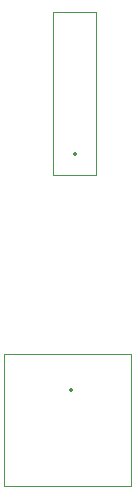
<source format=gbr>
%TF.GenerationSoftware,KiCad,Pcbnew,(6.0.5)*%
%TF.CreationDate,2022-06-08T12:49:44+02:00*%
%TF.ProjectId,FieldBoard,4669656c-6442-46f6-9172-642e6b696361,rev?*%
%TF.SameCoordinates,Original*%
%TF.FileFunction,Component,L2,Bot*%
%TF.FilePolarity,Positive*%
%FSLAX46Y46*%
G04 Gerber Fmt 4.6, Leading zero omitted, Abs format (unit mm)*
G04 Created by KiCad (PCBNEW (6.0.5)) date 2022-06-08 12:49:44*
%MOMM*%
%LPD*%
G01*
G04 APERTURE LIST*
%TA.AperFunction,ComponentMain*%
%ADD10C,0.300000*%
%TD*%
%TA.AperFunction,ComponentOutline,Courtyard*%
%ADD11C,0.100000*%
%TD*%
%TA.AperFunction,ComponentPin*%
%ADD12P,0.360000X4X0.000000*%
%TD*%
%TA.AperFunction,ComponentPin*%
%ADD13C,0.000000*%
%TD*%
G04 APERTURE END LIST*
D10*
%TO.C,"J1"*%
%TO.CFtp,"TerminalBlock_Phoenix_MKDS-1\u002C5-2-5.08_1x02_P5.08mm_Horizontal"*%
%TO.CVal,"Conn_01x02"*%
%TO.CLbN,"TerminalBlock_Phoenix"*%
%TO.CMnt,TH*%
%TO.CRot,-90*%
X126005000Y-100855000D03*
D11*
X131104999Y-108984999D02*
X120295001Y-108984999D01*
X120295001Y-97815001D01*
X131104999Y-97815001D01*
X131104999Y-108984999D01*
D12*
%TO.P,"J1","1","Pin_1"*%
X126005000Y-100855000D03*
D13*
%TO.P,"J1","2","Pin_2"*%
X126005000Y-105935000D03*
%TD*%
D10*
%TO.C,"J2"*%
%TO.CFtp,"PinHeader_1x05_P2.54mm_Vertical"*%
%TO.CVal,"Conn_01x05_Male"*%
%TO.CLbN,"Connector_PinHeader_2.54mm"*%
%TO.CMnt,TH*%
%TO.CRot,0*%
X126300000Y-80875000D03*
D11*
X128099999Y-82674999D02*
X124500001Y-82674999D01*
X124500001Y-68925001D01*
X128099999Y-68925001D01*
X128099999Y-82674999D01*
D12*
%TO.P,"J2","1","Pin_1"*%
X126300000Y-80875000D03*
D13*
%TO.P,"J2","2","Pin_2"*%
X126300000Y-78335000D03*
%TO.P,"J2","3","Pin_3"*%
X126300000Y-75795000D03*
%TO.P,"J2","4","Pin_4"*%
X126300000Y-73255000D03*
%TO.P,"J2","5","Pin_5"*%
X126300000Y-70715000D03*
%TD*%
M02*

</source>
